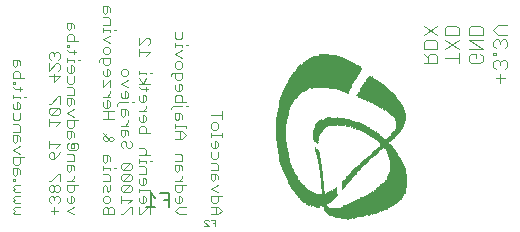
<source format=gbo>
G75*
%MOIN*%
%OFA0B0*%
%FSLAX25Y25*%
%IPPOS*%
%LPD*%
%AMOC8*
5,1,8,0,0,1.08239X$1,22.5*
%
%ADD10C,0.00300*%
%ADD11R,0.00300X0.07800*%
%ADD12R,0.00300X0.12000*%
%ADD13R,0.00300X0.15300*%
%ADD14R,0.00300X0.18300*%
%ADD15R,0.00300X0.20400*%
%ADD16R,0.00300X0.22500*%
%ADD17R,0.00300X0.24000*%
%ADD18R,0.00300X0.25800*%
%ADD19R,0.00300X0.27300*%
%ADD20R,0.00300X0.28800*%
%ADD21R,0.00300X0.30300*%
%ADD22R,0.00300X0.13500*%
%ADD23R,0.00300X0.12300*%
%ADD24R,0.00300X0.10800*%
%ADD25R,0.00300X0.11400*%
%ADD26R,0.00300X0.09900*%
%ADD27R,0.00300X0.09300*%
%ADD28R,0.00300X0.10500*%
%ADD29R,0.00300X0.09000*%
%ADD30R,0.00300X0.10200*%
%ADD31R,0.00300X0.08100*%
%ADD32R,0.00300X0.07500*%
%ADD33R,0.00300X0.07200*%
%ADD34R,0.00300X0.09600*%
%ADD35R,0.00300X0.06900*%
%ADD36R,0.00300X0.06600*%
%ADD37R,0.00300X0.06300*%
%ADD38R,0.00300X0.06000*%
%ADD39R,0.00300X0.05700*%
%ADD40R,0.00300X0.05400*%
%ADD41R,0.00300X0.05100*%
%ADD42R,0.00300X0.04800*%
%ADD43R,0.00300X0.03300*%
%ADD44R,0.00300X0.00600*%
%ADD45R,0.00300X0.01200*%
%ADD46R,0.00300X0.02100*%
%ADD47R,0.00300X0.04500*%
%ADD48R,0.00300X0.00300*%
%ADD49R,0.00300X0.11100*%
%ADD50R,0.00300X0.04200*%
%ADD51R,0.00300X0.11700*%
%ADD52R,0.00300X0.03600*%
%ADD53R,0.00300X0.08400*%
%ADD54R,0.00300X0.03000*%
%ADD55R,0.00300X0.02700*%
%ADD56R,0.00300X0.03900*%
%ADD57R,0.00300X0.02400*%
%ADD58R,0.00300X0.08700*%
%ADD59R,0.00300X0.00900*%
%ADD60R,0.00300X0.01800*%
%ADD61R,0.00300X0.01500*%
%ADD62R,0.00300X0.21000*%
%ADD63R,0.00300X0.20100*%
%ADD64R,0.00300X0.19200*%
%ADD65R,0.00300X0.18900*%
%ADD66R,0.00300X0.17400*%
%ADD67R,0.00300X0.12600*%
%ADD68R,0.00300X0.16800*%
%ADD69R,0.00300X0.16500*%
%ADD70R,0.00300X0.15600*%
%ADD71R,0.00300X0.14700*%
%ADD72R,0.00300X0.14100*%
%ADD73R,0.00300X0.13200*%
%ADD74C,0.00200*%
%ADD75C,0.00500*%
%ADD76C,0.00400*%
D10*
X0026510Y0037696D02*
X0025893Y0038314D01*
X0026510Y0038931D01*
X0025893Y0039548D01*
X0026510Y0040165D01*
X0028362Y0040165D01*
X0028362Y0041380D02*
X0026510Y0041380D01*
X0025893Y0041997D01*
X0026510Y0042614D01*
X0025893Y0043231D01*
X0026510Y0043848D01*
X0028362Y0043848D01*
X0028362Y0045063D02*
X0026510Y0045063D01*
X0025893Y0045680D01*
X0026510Y0046297D01*
X0025893Y0046914D01*
X0026510Y0047532D01*
X0028362Y0047532D01*
X0026510Y0048746D02*
X0026510Y0049363D01*
X0025893Y0049363D01*
X0025893Y0048746D01*
X0026510Y0048746D01*
X0026510Y0050587D02*
X0027128Y0051205D01*
X0027128Y0053056D01*
X0027745Y0053056D02*
X0025893Y0053056D01*
X0025893Y0051205D01*
X0026510Y0050587D01*
X0028362Y0051205D02*
X0028362Y0052439D01*
X0027745Y0053056D01*
X0027745Y0054271D02*
X0026510Y0054271D01*
X0025893Y0054888D01*
X0025893Y0056739D01*
X0029596Y0056739D01*
X0028362Y0056739D02*
X0028362Y0054888D01*
X0027745Y0054271D01*
X0028362Y0057954D02*
X0025893Y0059188D01*
X0028362Y0060423D01*
X0027128Y0062254D02*
X0026510Y0061637D01*
X0025893Y0062254D01*
X0025893Y0064106D01*
X0027745Y0064106D01*
X0028362Y0063488D01*
X0028362Y0062254D01*
X0027128Y0062254D02*
X0027128Y0064106D01*
X0025893Y0065320D02*
X0028362Y0065320D01*
X0028362Y0067172D01*
X0027745Y0067789D01*
X0025893Y0067789D01*
X0026510Y0069003D02*
X0025893Y0069620D01*
X0025893Y0071472D01*
X0026510Y0072686D02*
X0027745Y0072686D01*
X0028362Y0073304D01*
X0028362Y0074538D01*
X0027745Y0075155D01*
X0027128Y0075155D01*
X0027128Y0072686D01*
X0026510Y0072686D02*
X0025893Y0073304D01*
X0025893Y0074538D01*
X0025893Y0076369D02*
X0025893Y0077604D01*
X0025893Y0076987D02*
X0028362Y0076987D01*
X0028362Y0076369D01*
X0029596Y0076987D02*
X0030214Y0076987D01*
X0028362Y0078825D02*
X0028362Y0080059D01*
X0028979Y0079442D02*
X0026510Y0079442D01*
X0025893Y0080059D01*
X0025893Y0081280D02*
X0025893Y0081898D01*
X0026510Y0081898D01*
X0026510Y0081280D01*
X0025893Y0081280D01*
X0025893Y0083122D02*
X0025893Y0084973D01*
X0026510Y0085591D01*
X0027745Y0085591D01*
X0028362Y0084973D01*
X0028362Y0083122D01*
X0029596Y0083122D02*
X0025893Y0083122D01*
X0026510Y0086805D02*
X0027128Y0087422D01*
X0027128Y0089274D01*
X0027745Y0089274D02*
X0025893Y0089274D01*
X0025893Y0087422D01*
X0026510Y0086805D01*
X0028362Y0087422D02*
X0028362Y0088657D01*
X0027745Y0089274D01*
X0037893Y0089878D02*
X0038510Y0089260D01*
X0037893Y0089878D02*
X0037893Y0091112D01*
X0038510Y0091729D01*
X0039128Y0091729D01*
X0039745Y0091112D01*
X0039745Y0090495D01*
X0039745Y0091112D02*
X0040362Y0091729D01*
X0040979Y0091729D01*
X0041596Y0091112D01*
X0041596Y0089878D01*
X0040979Y0089260D01*
X0040979Y0088046D02*
X0041596Y0087429D01*
X0041596Y0086195D01*
X0040979Y0085577D01*
X0039745Y0084363D02*
X0039745Y0081894D01*
X0041596Y0083746D01*
X0037893Y0083746D01*
X0037893Y0085577D02*
X0040362Y0088046D01*
X0040979Y0088046D01*
X0037893Y0088046D02*
X0037893Y0085577D01*
X0043893Y0085581D02*
X0044510Y0084963D01*
X0045745Y0084963D01*
X0046362Y0085581D01*
X0046362Y0086815D01*
X0045745Y0087432D01*
X0045128Y0087432D01*
X0045128Y0084963D01*
X0043893Y0085581D02*
X0043893Y0086815D01*
X0043893Y0088647D02*
X0043893Y0089881D01*
X0043893Y0089264D02*
X0046362Y0089264D01*
X0046362Y0088647D01*
X0047596Y0089264D02*
X0048214Y0089264D01*
X0046362Y0091102D02*
X0046362Y0092336D01*
X0046979Y0091719D02*
X0044510Y0091719D01*
X0043893Y0092336D01*
X0043893Y0093557D02*
X0043893Y0094175D01*
X0044510Y0094175D01*
X0044510Y0093557D01*
X0043893Y0093557D01*
X0043893Y0095399D02*
X0043893Y0097251D01*
X0044510Y0097868D01*
X0045745Y0097868D01*
X0046362Y0097251D01*
X0046362Y0095399D01*
X0047596Y0095399D02*
X0043893Y0095399D01*
X0044510Y0099082D02*
X0045128Y0099699D01*
X0045128Y0101551D01*
X0045745Y0101551D02*
X0043893Y0101551D01*
X0043893Y0099699D01*
X0044510Y0099082D01*
X0046362Y0099699D02*
X0046362Y0100934D01*
X0045745Y0101551D01*
X0055893Y0100924D02*
X0058362Y0100924D01*
X0058362Y0102775D01*
X0057745Y0103393D01*
X0055893Y0103393D01*
X0056510Y0104607D02*
X0057128Y0105224D01*
X0057128Y0107076D01*
X0057745Y0107076D02*
X0055893Y0107076D01*
X0055893Y0105224D01*
X0056510Y0104607D01*
X0058362Y0105224D02*
X0058362Y0106458D01*
X0057745Y0107076D01*
X0055893Y0099703D02*
X0055893Y0098468D01*
X0055893Y0099086D02*
X0058362Y0099086D01*
X0058362Y0098468D01*
X0058362Y0097254D02*
X0055893Y0096020D01*
X0058362Y0094785D01*
X0057745Y0093571D02*
X0056510Y0093571D01*
X0055893Y0092954D01*
X0055893Y0091719D01*
X0056510Y0091102D01*
X0057745Y0091102D01*
X0058362Y0091719D01*
X0058362Y0092954D01*
X0057745Y0093571D01*
X0058362Y0089888D02*
X0055276Y0089888D01*
X0054659Y0089270D01*
X0054659Y0088653D01*
X0055893Y0088036D02*
X0055893Y0089888D01*
X0058362Y0089888D02*
X0058362Y0088036D01*
X0057745Y0087419D01*
X0056510Y0087419D01*
X0055893Y0088036D01*
X0057128Y0086205D02*
X0057128Y0083736D01*
X0057745Y0083736D02*
X0056510Y0083736D01*
X0055893Y0084353D01*
X0055893Y0085587D01*
X0057128Y0086205D02*
X0057745Y0086205D01*
X0058362Y0085587D01*
X0058362Y0084353D01*
X0057745Y0083736D01*
X0058362Y0082521D02*
X0055893Y0080053D01*
X0055893Y0082521D01*
X0058362Y0082521D02*
X0058362Y0080053D01*
X0058362Y0078835D02*
X0058362Y0078218D01*
X0057128Y0076983D01*
X0057128Y0075769D02*
X0057128Y0073300D01*
X0057745Y0073300D02*
X0056510Y0073300D01*
X0055893Y0073917D01*
X0055893Y0075152D01*
X0057128Y0075769D02*
X0057745Y0075769D01*
X0058362Y0075152D01*
X0058362Y0073917D01*
X0057745Y0073300D01*
X0057745Y0072086D02*
X0057745Y0069617D01*
X0059596Y0069617D02*
X0055893Y0069617D01*
X0055893Y0072086D02*
X0059596Y0072086D01*
X0061893Y0072700D02*
X0061893Y0070848D01*
X0062510Y0070231D01*
X0063128Y0070848D01*
X0063128Y0072700D01*
X0063745Y0072700D02*
X0061893Y0072700D01*
X0060659Y0073914D02*
X0060659Y0074531D01*
X0061276Y0075148D01*
X0064362Y0075148D01*
X0065596Y0075148D02*
X0066214Y0075148D01*
X0067893Y0075759D02*
X0067893Y0076993D01*
X0067893Y0075759D02*
X0068510Y0075142D01*
X0069745Y0075142D01*
X0070362Y0075759D01*
X0070362Y0076993D01*
X0069745Y0077611D01*
X0069128Y0077611D01*
X0069128Y0075142D01*
X0070362Y0073924D02*
X0070362Y0073307D01*
X0069128Y0072072D01*
X0069128Y0070858D02*
X0069128Y0068389D01*
X0069745Y0068389D02*
X0070362Y0069007D01*
X0070362Y0070241D01*
X0069745Y0070858D01*
X0069128Y0070858D01*
X0067893Y0070241D02*
X0067893Y0069007D01*
X0068510Y0068389D01*
X0069745Y0068389D01*
X0069745Y0067175D02*
X0068510Y0067175D01*
X0067893Y0066558D01*
X0067893Y0064706D01*
X0071596Y0064706D01*
X0070362Y0064706D02*
X0070362Y0066558D01*
X0069745Y0067175D01*
X0064362Y0067162D02*
X0061893Y0067162D01*
X0061893Y0065947D02*
X0061893Y0064096D01*
X0062510Y0063478D01*
X0063128Y0064096D01*
X0063128Y0065947D01*
X0063745Y0065947D02*
X0061893Y0065947D01*
X0063128Y0067162D02*
X0064362Y0068396D01*
X0064362Y0069013D01*
X0064362Y0070848D02*
X0064362Y0072082D01*
X0063745Y0072700D01*
X0067893Y0072072D02*
X0070362Y0072072D01*
X0064362Y0076987D02*
X0064362Y0078221D01*
X0063745Y0078838D01*
X0063128Y0078838D01*
X0063128Y0076369D01*
X0063745Y0076369D02*
X0064362Y0076987D01*
X0063745Y0076369D02*
X0062510Y0076369D01*
X0061893Y0076987D01*
X0061893Y0078221D01*
X0061893Y0081287D02*
X0064362Y0080053D01*
X0064362Y0082521D02*
X0061893Y0081287D01*
X0062510Y0083736D02*
X0061893Y0084353D01*
X0061893Y0085587D01*
X0062510Y0086205D01*
X0063745Y0086205D01*
X0064362Y0085587D01*
X0064362Y0084353D01*
X0063745Y0083736D01*
X0062510Y0083736D01*
X0067893Y0083132D02*
X0069128Y0081280D01*
X0070362Y0083132D01*
X0070362Y0084350D02*
X0070362Y0084967D01*
X0067893Y0084967D01*
X0067893Y0084350D02*
X0067893Y0085584D01*
X0071596Y0084967D02*
X0072214Y0084967D01*
X0071596Y0081280D02*
X0067893Y0081280D01*
X0067893Y0080059D02*
X0068510Y0079442D01*
X0070979Y0079442D01*
X0070362Y0078825D02*
X0070362Y0080059D01*
X0078659Y0083742D02*
X0078659Y0084360D01*
X0079276Y0084977D01*
X0082362Y0084977D01*
X0082362Y0083125D01*
X0081745Y0082508D01*
X0080510Y0082508D01*
X0079893Y0083125D01*
X0079893Y0084977D01*
X0080510Y0086191D02*
X0079893Y0086808D01*
X0079893Y0088043D01*
X0080510Y0088660D01*
X0081745Y0088660D01*
X0082362Y0088043D01*
X0082362Y0086808D01*
X0081745Y0086191D01*
X0080510Y0086191D01*
X0082362Y0089874D02*
X0079893Y0091109D01*
X0082362Y0092343D01*
X0082362Y0093557D02*
X0082362Y0094175D01*
X0079893Y0094175D01*
X0079893Y0094792D02*
X0079893Y0093557D01*
X0080510Y0096013D02*
X0079893Y0096630D01*
X0079893Y0098482D01*
X0082362Y0098482D02*
X0082362Y0096630D01*
X0081745Y0096013D01*
X0080510Y0096013D01*
X0083596Y0094175D02*
X0084214Y0094175D01*
X0071596Y0094788D02*
X0070979Y0094171D01*
X0071596Y0094788D02*
X0071596Y0096023D01*
X0070979Y0096640D01*
X0070362Y0096640D01*
X0067893Y0094171D01*
X0067893Y0096640D01*
X0067893Y0092957D02*
X0067893Y0090488D01*
X0067893Y0091723D02*
X0071596Y0091723D01*
X0070362Y0090488D01*
X0060214Y0099086D02*
X0059596Y0099086D01*
X0046362Y0083749D02*
X0046362Y0081898D01*
X0045745Y0081280D01*
X0044510Y0081280D01*
X0043893Y0081898D01*
X0043893Y0083749D01*
X0043893Y0080066D02*
X0045745Y0080066D01*
X0046362Y0079449D01*
X0046362Y0077597D01*
X0043893Y0077597D01*
X0043893Y0076383D02*
X0043893Y0074531D01*
X0044510Y0073914D01*
X0045128Y0074531D01*
X0045128Y0076383D01*
X0045745Y0076383D02*
X0043893Y0076383D01*
X0045745Y0076383D02*
X0046362Y0075766D01*
X0046362Y0074531D01*
X0046362Y0072700D02*
X0043893Y0071465D01*
X0046362Y0070231D01*
X0046362Y0069017D02*
X0046362Y0067165D01*
X0045745Y0066548D01*
X0044510Y0066548D01*
X0043893Y0067165D01*
X0043893Y0069017D01*
X0047596Y0069017D01*
X0041596Y0068396D02*
X0037893Y0068396D01*
X0037893Y0067162D02*
X0037893Y0069630D01*
X0038510Y0070845D02*
X0040979Y0073314D01*
X0038510Y0073314D01*
X0037893Y0072696D01*
X0037893Y0071462D01*
X0038510Y0070845D01*
X0040979Y0070845D01*
X0041596Y0071462D01*
X0041596Y0072696D01*
X0040979Y0073314D01*
X0041596Y0074528D02*
X0041596Y0076997D01*
X0040979Y0076997D01*
X0038510Y0074528D01*
X0037893Y0074528D01*
X0041596Y0068396D02*
X0040362Y0067162D01*
X0043893Y0065333D02*
X0043893Y0063482D01*
X0044510Y0062865D01*
X0045128Y0063482D01*
X0045128Y0065333D01*
X0045745Y0065333D02*
X0043893Y0065333D01*
X0045745Y0065333D02*
X0046362Y0064716D01*
X0046362Y0063482D01*
X0045745Y0061650D02*
X0045128Y0061033D01*
X0046362Y0061033D01*
X0046362Y0059799D01*
X0045128Y0059799D01*
X0045128Y0061033D01*
X0045745Y0061650D02*
X0046979Y0061650D01*
X0047596Y0061033D01*
X0047596Y0059799D01*
X0046979Y0059181D01*
X0044510Y0059181D01*
X0043893Y0059799D01*
X0043893Y0061033D01*
X0044510Y0061650D01*
X0041596Y0061030D02*
X0037893Y0061030D01*
X0037893Y0062264D02*
X0037893Y0059795D01*
X0038510Y0058581D02*
X0039128Y0058581D01*
X0039745Y0057964D01*
X0039745Y0056112D01*
X0038510Y0056112D01*
X0037893Y0056729D01*
X0037893Y0057964D01*
X0038510Y0058581D01*
X0040362Y0059795D02*
X0041596Y0061030D01*
X0041596Y0058581D02*
X0040979Y0057347D01*
X0039745Y0056112D01*
X0043893Y0055498D02*
X0046362Y0055498D01*
X0046362Y0057350D01*
X0045745Y0057967D01*
X0043893Y0057967D01*
X0043893Y0054284D02*
X0043893Y0052432D01*
X0044510Y0051815D01*
X0045128Y0052432D01*
X0045128Y0054284D01*
X0045745Y0054284D02*
X0043893Y0054284D01*
X0045745Y0054284D02*
X0046362Y0053667D01*
X0046362Y0052432D01*
X0046362Y0050597D02*
X0046362Y0049980D01*
X0045128Y0048746D01*
X0046362Y0048746D02*
X0043893Y0048746D01*
X0043893Y0047532D02*
X0043893Y0045680D01*
X0044510Y0045063D01*
X0045745Y0045063D01*
X0046362Y0045680D01*
X0046362Y0047532D01*
X0047596Y0047532D02*
X0043893Y0047532D01*
X0041596Y0046914D02*
X0041596Y0045680D01*
X0040979Y0045063D01*
X0040362Y0045063D01*
X0039745Y0045680D01*
X0039745Y0046914D01*
X0039128Y0047532D01*
X0038510Y0047532D01*
X0037893Y0046914D01*
X0037893Y0045680D01*
X0038510Y0045063D01*
X0039128Y0045063D01*
X0039745Y0045680D01*
X0039745Y0046914D02*
X0040362Y0047532D01*
X0040979Y0047532D01*
X0041596Y0046914D01*
X0041596Y0048746D02*
X0041596Y0051215D01*
X0040979Y0051215D01*
X0038510Y0048746D01*
X0037893Y0048746D01*
X0038510Y0043848D02*
X0037893Y0043231D01*
X0037893Y0041997D01*
X0038510Y0041380D01*
X0039745Y0040165D02*
X0039745Y0037696D01*
X0040979Y0038931D02*
X0038510Y0038931D01*
X0040979Y0041380D02*
X0041596Y0041997D01*
X0041596Y0043231D01*
X0040979Y0043848D01*
X0040362Y0043848D01*
X0039745Y0043231D01*
X0039128Y0043848D01*
X0038510Y0043848D01*
X0039745Y0043231D02*
X0039745Y0042614D01*
X0043893Y0041997D02*
X0044510Y0041380D01*
X0045745Y0041380D01*
X0046362Y0041997D01*
X0046362Y0043231D01*
X0045745Y0043848D01*
X0045128Y0043848D01*
X0045128Y0041380D01*
X0043893Y0041997D02*
X0043893Y0043231D01*
X0046362Y0040165D02*
X0043893Y0038931D01*
X0046362Y0037696D01*
X0055893Y0037696D02*
X0055893Y0039548D01*
X0056510Y0040165D01*
X0057128Y0040165D01*
X0057745Y0039548D01*
X0057745Y0037696D01*
X0059596Y0037696D02*
X0055893Y0037696D01*
X0057745Y0039548D02*
X0058362Y0040165D01*
X0058979Y0040165D01*
X0059596Y0039548D01*
X0059596Y0037696D01*
X0061893Y0037696D02*
X0062510Y0037696D01*
X0064979Y0040165D01*
X0065596Y0040165D01*
X0065596Y0037696D01*
X0067893Y0037696D02*
X0067893Y0040165D01*
X0068510Y0041380D02*
X0069745Y0041380D01*
X0070362Y0041997D01*
X0070362Y0043231D01*
X0069745Y0043848D01*
X0069128Y0043848D01*
X0069128Y0041380D01*
X0068510Y0041380D02*
X0067893Y0041997D01*
X0067893Y0043231D01*
X0067893Y0045063D02*
X0067893Y0046297D01*
X0067893Y0045680D02*
X0071596Y0045680D01*
X0071596Y0045063D01*
X0069745Y0047518D02*
X0068510Y0047518D01*
X0067893Y0048135D01*
X0067893Y0049370D01*
X0069128Y0049987D02*
X0069128Y0047518D01*
X0069745Y0047518D02*
X0070362Y0048135D01*
X0070362Y0049370D01*
X0069745Y0049987D01*
X0069128Y0049987D01*
X0067893Y0051201D02*
X0070362Y0051201D01*
X0070362Y0053053D01*
X0069745Y0053670D01*
X0067893Y0053670D01*
X0067893Y0054884D02*
X0067893Y0056119D01*
X0067893Y0055502D02*
X0070362Y0055502D01*
X0070362Y0054884D01*
X0071596Y0055502D02*
X0072214Y0055502D01*
X0071596Y0057340D02*
X0067893Y0057340D01*
X0069745Y0057340D02*
X0070362Y0057957D01*
X0070362Y0059191D01*
X0069745Y0059809D01*
X0067893Y0059809D01*
X0065596Y0060413D02*
X0065596Y0061647D01*
X0064979Y0062264D01*
X0063745Y0061647D02*
X0063128Y0062264D01*
X0062510Y0062264D01*
X0061893Y0061647D01*
X0061893Y0060413D01*
X0062510Y0059795D01*
X0063745Y0060413D02*
X0063745Y0061647D01*
X0063745Y0060413D02*
X0064362Y0059795D01*
X0064979Y0059795D01*
X0065596Y0060413D01*
X0064362Y0064096D02*
X0064362Y0065330D01*
X0063745Y0065947D01*
X0059596Y0062868D02*
X0058979Y0062251D01*
X0058362Y0062251D01*
X0055893Y0064720D01*
X0057128Y0064720D02*
X0055893Y0063485D01*
X0055893Y0062868D01*
X0056510Y0062251D01*
X0057128Y0062251D01*
X0058362Y0063485D01*
X0058979Y0063485D01*
X0059596Y0062868D01*
X0057745Y0057353D02*
X0055893Y0057353D01*
X0055893Y0055502D01*
X0056510Y0054884D01*
X0057128Y0055502D01*
X0057128Y0057353D01*
X0057745Y0057353D02*
X0058362Y0056736D01*
X0058362Y0055502D01*
X0055893Y0053663D02*
X0055893Y0052429D01*
X0055893Y0053046D02*
X0058362Y0053046D01*
X0058362Y0052429D01*
X0057745Y0051215D02*
X0055893Y0051215D01*
X0057745Y0051215D02*
X0058362Y0050597D01*
X0058362Y0048746D01*
X0055893Y0048746D01*
X0056510Y0047532D02*
X0057128Y0046914D01*
X0057128Y0045680D01*
X0057745Y0045063D01*
X0058362Y0045680D01*
X0058362Y0047532D01*
X0056510Y0047532D02*
X0055893Y0046914D01*
X0055893Y0045063D01*
X0056510Y0043848D02*
X0057745Y0043848D01*
X0058362Y0043231D01*
X0058362Y0041997D01*
X0057745Y0041380D01*
X0056510Y0041380D01*
X0055893Y0041997D01*
X0055893Y0043231D01*
X0056510Y0043848D01*
X0061893Y0043848D02*
X0061893Y0041380D01*
X0061893Y0042614D02*
X0065596Y0042614D01*
X0064362Y0041380D01*
X0064979Y0045063D02*
X0062510Y0045063D01*
X0064979Y0047532D01*
X0062510Y0047532D01*
X0061893Y0046914D01*
X0061893Y0045680D01*
X0062510Y0045063D01*
X0064979Y0045063D02*
X0065596Y0045680D01*
X0065596Y0046914D01*
X0064979Y0047532D01*
X0064979Y0048746D02*
X0062510Y0048746D01*
X0064979Y0051215D01*
X0062510Y0051215D01*
X0061893Y0050597D01*
X0061893Y0049363D01*
X0062510Y0048746D01*
X0064979Y0048746D02*
X0065596Y0049363D01*
X0065596Y0050597D01*
X0064979Y0051215D01*
X0064979Y0052429D02*
X0062510Y0052429D01*
X0064979Y0054898D01*
X0062510Y0054898D01*
X0061893Y0054281D01*
X0061893Y0053046D01*
X0062510Y0052429D01*
X0060214Y0053046D02*
X0059596Y0053046D01*
X0064979Y0052429D02*
X0065596Y0053046D01*
X0065596Y0054281D01*
X0064979Y0054898D01*
X0079893Y0055498D02*
X0082362Y0055498D01*
X0082362Y0057350D01*
X0081745Y0057967D01*
X0079893Y0057967D01*
X0079893Y0054284D02*
X0079893Y0052432D01*
X0080510Y0051815D01*
X0081128Y0052432D01*
X0081128Y0054284D01*
X0081745Y0054284D02*
X0079893Y0054284D01*
X0081745Y0054284D02*
X0082362Y0053667D01*
X0082362Y0052432D01*
X0082362Y0050597D02*
X0082362Y0049980D01*
X0081128Y0048746D01*
X0082362Y0048746D02*
X0079893Y0048746D01*
X0079893Y0047532D02*
X0079893Y0045680D01*
X0080510Y0045063D01*
X0081745Y0045063D01*
X0082362Y0045680D01*
X0082362Y0047532D01*
X0083596Y0047532D02*
X0079893Y0047532D01*
X0081128Y0043848D02*
X0081128Y0041380D01*
X0081745Y0041380D02*
X0082362Y0041997D01*
X0082362Y0043231D01*
X0081745Y0043848D01*
X0081128Y0043848D01*
X0079893Y0043231D02*
X0079893Y0041997D01*
X0080510Y0041380D01*
X0081745Y0041380D01*
X0081128Y0040165D02*
X0083596Y0040165D01*
X0081128Y0040165D02*
X0079893Y0038931D01*
X0081128Y0037696D01*
X0083596Y0037696D01*
X0091893Y0037696D02*
X0094362Y0037696D01*
X0095596Y0038931D01*
X0094362Y0040165D01*
X0091893Y0040165D01*
X0092510Y0041380D02*
X0093745Y0041380D01*
X0094362Y0041997D01*
X0094362Y0043848D01*
X0094362Y0045063D02*
X0091893Y0046297D01*
X0094362Y0047532D01*
X0093128Y0049363D02*
X0092510Y0048746D01*
X0091893Y0049363D01*
X0091893Y0051215D01*
X0093745Y0051215D01*
X0094362Y0050597D01*
X0094362Y0049363D01*
X0093128Y0049363D02*
X0093128Y0051215D01*
X0091893Y0052429D02*
X0094362Y0052429D01*
X0094362Y0054281D01*
X0093745Y0054898D01*
X0091893Y0054898D01*
X0092510Y0056112D02*
X0091893Y0056729D01*
X0091893Y0058581D01*
X0092510Y0059795D02*
X0093745Y0059795D01*
X0094362Y0060413D01*
X0094362Y0061647D01*
X0093745Y0062264D01*
X0093128Y0062264D01*
X0093128Y0059795D01*
X0092510Y0059795D02*
X0091893Y0060413D01*
X0091893Y0061647D01*
X0091893Y0063478D02*
X0091893Y0064713D01*
X0091893Y0064096D02*
X0095596Y0064096D01*
X0095596Y0064713D02*
X0095596Y0063478D01*
X0093745Y0065934D02*
X0092510Y0065934D01*
X0091893Y0066551D01*
X0091893Y0067785D01*
X0092510Y0068403D01*
X0093745Y0068403D01*
X0094362Y0067785D01*
X0094362Y0066551D01*
X0093745Y0065934D01*
X0095596Y0069617D02*
X0095596Y0072086D01*
X0095596Y0070851D02*
X0091893Y0070851D01*
X0084214Y0073921D02*
X0083596Y0073921D01*
X0083596Y0075142D02*
X0079893Y0075142D01*
X0079893Y0076993D01*
X0080510Y0077611D01*
X0081745Y0077611D01*
X0082362Y0076993D01*
X0082362Y0075142D01*
X0082362Y0073921D02*
X0079276Y0073921D01*
X0078659Y0073304D01*
X0078659Y0072686D01*
X0079893Y0071472D02*
X0079893Y0069620D01*
X0080510Y0069003D01*
X0081128Y0069620D01*
X0081128Y0071472D01*
X0081745Y0071472D02*
X0079893Y0071472D01*
X0081745Y0071472D02*
X0082362Y0070855D01*
X0082362Y0069620D01*
X0083596Y0067165D02*
X0079893Y0067165D01*
X0079893Y0066548D02*
X0079893Y0067782D01*
X0079893Y0065333D02*
X0082362Y0065333D01*
X0083596Y0064099D01*
X0082362Y0062865D01*
X0079893Y0062865D01*
X0081745Y0062865D02*
X0081745Y0065333D01*
X0083596Y0066548D02*
X0083596Y0067165D01*
X0094362Y0058581D02*
X0094362Y0056729D01*
X0093745Y0056112D01*
X0092510Y0056112D01*
X0091893Y0043848D02*
X0091893Y0041997D01*
X0092510Y0041380D01*
X0093745Y0040165D02*
X0093745Y0037696D01*
X0095596Y0043848D02*
X0091893Y0043848D01*
X0071596Y0040165D02*
X0071596Y0037696D01*
X0071596Y0040165D02*
X0070979Y0040165D01*
X0068510Y0037696D01*
X0067893Y0037696D01*
X0028362Y0037696D02*
X0026510Y0037696D01*
X0026510Y0069003D02*
X0027745Y0069003D01*
X0028362Y0069620D01*
X0028362Y0071472D01*
X0055893Y0076983D02*
X0058362Y0076983D01*
X0079893Y0079442D02*
X0080510Y0078825D01*
X0081745Y0078825D01*
X0082362Y0079442D01*
X0082362Y0080676D01*
X0081745Y0081294D01*
X0081128Y0081294D01*
X0081128Y0078825D01*
X0079893Y0079442D02*
X0079893Y0080676D01*
D11*
X0113910Y0066092D03*
X0119010Y0050192D03*
X0128910Y0050492D03*
X0146010Y0041492D03*
X0146610Y0041792D03*
X0155910Y0069992D03*
X0151110Y0075692D03*
X0144210Y0079292D03*
D12*
X0154410Y0070292D03*
X0155910Y0049292D03*
X0151710Y0045692D03*
X0114210Y0065792D03*
D13*
X0114510Y0065642D03*
D14*
X0114810Y0065642D03*
X0153510Y0050042D03*
D15*
X0152310Y0050492D03*
X0115110Y0065492D03*
D16*
X0115410Y0065642D03*
D17*
X0115710Y0065492D03*
D18*
X0116010Y0065492D03*
D19*
X0116310Y0065342D03*
D20*
X0116610Y0065492D03*
D21*
X0116910Y0065342D03*
D22*
X0117210Y0074342D03*
D23*
X0117510Y0075542D03*
X0117210Y0055742D03*
D24*
X0117510Y0054392D03*
X0118110Y0077192D03*
X0127110Y0085292D03*
X0127410Y0085292D03*
X0127710Y0085292D03*
X0128010Y0085292D03*
X0156210Y0048992D03*
D25*
X0151410Y0045392D03*
X0154710Y0070292D03*
X0137310Y0083792D03*
X0136710Y0084092D03*
X0136410Y0084092D03*
X0136110Y0084092D03*
X0135810Y0084392D03*
X0135510Y0084392D03*
X0135210Y0084392D03*
X0134910Y0084692D03*
X0134610Y0084692D03*
X0134310Y0084692D03*
X0134010Y0084992D03*
X0133710Y0084992D03*
X0133410Y0084992D03*
X0133110Y0084992D03*
X0132810Y0085292D03*
X0132510Y0085292D03*
X0132210Y0085292D03*
X0131910Y0085292D03*
X0131610Y0085292D03*
X0117810Y0076292D03*
D26*
X0119010Y0079142D03*
X0119310Y0079442D03*
X0119610Y0080042D03*
X0120510Y0081242D03*
X0120810Y0081542D03*
X0121110Y0081842D03*
X0121410Y0082142D03*
X0121710Y0082442D03*
X0122010Y0082742D03*
X0122910Y0083342D03*
X0123210Y0083642D03*
X0123810Y0083942D03*
X0124410Y0084242D03*
X0155310Y0070142D03*
X0117810Y0053342D03*
X0150210Y0044042D03*
D27*
X0149310Y0043442D03*
X0149010Y0043142D03*
X0118110Y0052442D03*
D28*
X0150810Y0044642D03*
X0155010Y0070142D03*
X0126810Y0085142D03*
X0126510Y0085142D03*
X0126210Y0085142D03*
X0125910Y0084842D03*
X0125610Y0084842D03*
X0118410Y0077942D03*
D29*
X0145410Y0079292D03*
X0146010Y0078992D03*
X0118410Y0051692D03*
X0148710Y0042992D03*
D30*
X0150510Y0044192D03*
X0118710Y0078392D03*
X0123510Y0083792D03*
X0124110Y0084092D03*
X0124710Y0084392D03*
X0125010Y0084692D03*
X0125310Y0084692D03*
X0138210Y0083792D03*
D31*
X0139110Y0084542D03*
X0144510Y0079442D03*
X0149310Y0077042D03*
X0150210Y0076442D03*
X0150510Y0076142D03*
X0150810Y0075842D03*
X0151410Y0075542D03*
X0151710Y0075242D03*
X0152010Y0074942D03*
X0152310Y0074642D03*
X0152610Y0074342D03*
X0152910Y0074042D03*
X0153210Y0073742D03*
X0118710Y0050942D03*
X0146910Y0041942D03*
D32*
X0146310Y0041642D03*
X0145710Y0041342D03*
X0145110Y0041042D03*
X0119310Y0049442D03*
D33*
X0119610Y0048992D03*
X0127710Y0064892D03*
X0143910Y0078992D03*
X0139410Y0084692D03*
X0145410Y0041192D03*
X0144810Y0040892D03*
X0144510Y0040892D03*
D34*
X0149610Y0043592D03*
X0149910Y0043892D03*
X0156510Y0048992D03*
X0120210Y0080792D03*
X0119910Y0080492D03*
X0122310Y0082892D03*
X0122610Y0083192D03*
X0138510Y0084092D03*
D35*
X0139710Y0084842D03*
X0128010Y0065342D03*
X0127410Y0064742D03*
X0119910Y0048542D03*
X0120210Y0047942D03*
X0130710Y0041342D03*
X0143310Y0040442D03*
X0143610Y0040442D03*
X0143910Y0040742D03*
X0144210Y0040742D03*
X0157110Y0048842D03*
D36*
X0143010Y0040292D03*
X0142710Y0040292D03*
X0142410Y0039992D03*
X0142110Y0039992D03*
X0128610Y0053192D03*
X0120810Y0047192D03*
X0120510Y0047492D03*
X0151410Y0060092D03*
X0156210Y0069992D03*
D37*
X0143610Y0078842D03*
X0127110Y0064742D03*
X0121110Y0046742D03*
X0129810Y0042542D03*
X0130410Y0041642D03*
X0141510Y0039842D03*
X0141810Y0039842D03*
D38*
X0141210Y0039692D03*
X0140910Y0039692D03*
X0140610Y0039392D03*
X0140310Y0039392D03*
X0130110Y0041792D03*
X0121710Y0045992D03*
X0121410Y0046292D03*
X0143310Y0078692D03*
X0140010Y0084992D03*
D39*
X0126810Y0064742D03*
X0128310Y0055442D03*
X0122010Y0045542D03*
X0122310Y0045242D03*
X0122610Y0044942D03*
X0122910Y0044642D03*
X0123210Y0044342D03*
X0139710Y0039242D03*
X0140010Y0039242D03*
D40*
X0139410Y0039092D03*
X0139110Y0039092D03*
X0138210Y0038792D03*
X0124110Y0043592D03*
X0123810Y0043892D03*
X0123510Y0044192D03*
X0151710Y0058592D03*
X0151110Y0060392D03*
X0128310Y0066392D03*
X0140310Y0085292D03*
D41*
X0143010Y0078542D03*
X0125010Y0043142D03*
X0124710Y0043142D03*
X0124410Y0043442D03*
X0125610Y0042842D03*
X0137610Y0038642D03*
X0137910Y0038642D03*
X0138510Y0038942D03*
X0138810Y0038942D03*
D42*
X0137310Y0038492D03*
X0137010Y0038492D03*
X0127110Y0042392D03*
X0126810Y0042392D03*
X0126510Y0042392D03*
X0126210Y0042692D03*
X0125910Y0042692D03*
X0125310Y0042992D03*
X0128010Y0056792D03*
X0126510Y0064292D03*
X0128610Y0066692D03*
X0142710Y0078392D03*
X0140610Y0085292D03*
X0156510Y0069992D03*
X0148710Y0061592D03*
D43*
X0153810Y0065342D03*
X0131010Y0068342D03*
X0130410Y0068042D03*
X0126210Y0064142D03*
X0127710Y0057842D03*
X0133710Y0038042D03*
X0134010Y0038042D03*
X0141210Y0085742D03*
D44*
X0142410Y0086192D03*
X0126810Y0059792D03*
X0134310Y0044192D03*
D45*
X0127110Y0059192D03*
D46*
X0127410Y0058442D03*
X0140910Y0052742D03*
X0141210Y0053042D03*
X0152010Y0062942D03*
X0141810Y0066842D03*
X0140310Y0067442D03*
X0139410Y0067742D03*
X0138510Y0068042D03*
X0137010Y0068342D03*
X0141510Y0077642D03*
X0141810Y0086042D03*
D47*
X0128910Y0067142D03*
X0149010Y0061442D03*
X0150810Y0060542D03*
X0157410Y0048842D03*
X0136710Y0038342D03*
X0136410Y0038342D03*
X0128310Y0042242D03*
X0128010Y0042242D03*
X0127710Y0042242D03*
X0127410Y0042242D03*
D48*
X0128910Y0046142D03*
X0128010Y0061442D03*
X0140610Y0077042D03*
D49*
X0137910Y0083642D03*
X0137610Y0083642D03*
X0137010Y0083942D03*
X0131310Y0085442D03*
X0131010Y0085442D03*
X0130710Y0085442D03*
X0130410Y0085442D03*
X0130110Y0085442D03*
X0129810Y0085442D03*
X0129510Y0085442D03*
X0129210Y0085442D03*
X0128910Y0085442D03*
X0128610Y0085442D03*
X0128310Y0085442D03*
X0151110Y0044942D03*
D50*
X0136110Y0038192D03*
X0135810Y0038192D03*
X0135510Y0038192D03*
X0128910Y0042392D03*
X0128610Y0042392D03*
X0131010Y0042992D03*
X0149310Y0061592D03*
X0150510Y0060692D03*
X0129210Y0067292D03*
D51*
X0129210Y0046142D03*
D52*
X0132510Y0043892D03*
X0132810Y0044192D03*
X0133110Y0044492D03*
X0133410Y0044492D03*
X0133710Y0044792D03*
X0134010Y0045092D03*
X0134310Y0038192D03*
X0134610Y0038192D03*
X0134910Y0038192D03*
X0135210Y0038192D03*
X0150210Y0060992D03*
X0149910Y0061292D03*
X0149610Y0061592D03*
X0130110Y0067892D03*
X0129810Y0067892D03*
X0129510Y0067592D03*
X0142110Y0078092D03*
D53*
X0147510Y0078092D03*
X0148110Y0077792D03*
X0148410Y0077492D03*
X0148710Y0077492D03*
X0149010Y0077192D03*
X0149610Y0076892D03*
X0149910Y0076592D03*
X0153510Y0073292D03*
X0129510Y0044492D03*
X0147210Y0042092D03*
X0147510Y0042392D03*
X0147810Y0042392D03*
D54*
X0137310Y0048692D03*
X0136410Y0047492D03*
X0136110Y0047192D03*
X0133410Y0038192D03*
X0133110Y0038192D03*
X0132810Y0038192D03*
X0148410Y0062792D03*
X0148110Y0063092D03*
X0147210Y0063692D03*
X0131910Y0068492D03*
X0131610Y0068492D03*
X0131310Y0068492D03*
X0130710Y0068192D03*
X0141810Y0077792D03*
D55*
X0141510Y0085742D03*
X0135210Y0068642D03*
X0134910Y0068642D03*
X0134610Y0068642D03*
X0134010Y0068642D03*
X0133710Y0068642D03*
X0133410Y0068642D03*
X0133110Y0068642D03*
X0132810Y0068642D03*
X0132510Y0068642D03*
X0132210Y0068642D03*
X0144210Y0065642D03*
X0144810Y0065342D03*
X0145710Y0064742D03*
X0146310Y0064442D03*
X0146610Y0064142D03*
X0146910Y0063842D03*
X0147510Y0063542D03*
X0147810Y0063242D03*
X0153510Y0064742D03*
X0138510Y0050042D03*
X0138210Y0049742D03*
X0137910Y0049442D03*
X0137010Y0048242D03*
X0136710Y0047942D03*
X0131010Y0039242D03*
X0131310Y0038942D03*
X0131610Y0038642D03*
X0132210Y0038342D03*
X0132510Y0038342D03*
D56*
X0131310Y0043142D03*
X0131610Y0043442D03*
X0131910Y0043442D03*
X0132210Y0043742D03*
X0142410Y0078242D03*
X0140910Y0085442D03*
D57*
X0156810Y0069992D03*
X0153210Y0064292D03*
X0152910Y0063992D03*
X0152610Y0063692D03*
X0152310Y0063392D03*
X0146010Y0064592D03*
X0145410Y0064892D03*
X0145110Y0065192D03*
X0144510Y0065492D03*
X0143910Y0065792D03*
X0143610Y0066092D03*
X0143310Y0066092D03*
X0143010Y0066392D03*
X0142710Y0066392D03*
X0142410Y0066692D03*
X0142110Y0066692D03*
X0141510Y0066992D03*
X0141210Y0066992D03*
X0140910Y0067292D03*
X0140610Y0067292D03*
X0140010Y0067592D03*
X0139710Y0067592D03*
X0139110Y0067892D03*
X0138810Y0067892D03*
X0138210Y0068192D03*
X0137910Y0068192D03*
X0137610Y0068192D03*
X0137310Y0068192D03*
X0136710Y0068492D03*
X0136410Y0068492D03*
X0136110Y0068492D03*
X0135810Y0068492D03*
X0135510Y0068492D03*
X0134310Y0068792D03*
X0140610Y0052292D03*
X0140310Y0051992D03*
X0140010Y0051692D03*
X0139710Y0051392D03*
X0139410Y0051092D03*
X0139110Y0050792D03*
X0138810Y0050492D03*
X0137610Y0048992D03*
X0131910Y0038492D03*
D58*
X0148110Y0042542D03*
X0148410Y0042842D03*
X0156810Y0048842D03*
X0155610Y0070142D03*
X0153810Y0072542D03*
X0147810Y0077942D03*
X0147210Y0078242D03*
X0146910Y0078542D03*
X0146610Y0078542D03*
X0146310Y0078842D03*
X0145710Y0079142D03*
X0145110Y0079442D03*
X0144810Y0079442D03*
X0138810Y0084242D03*
D59*
X0140910Y0077342D03*
D60*
X0141210Y0077492D03*
X0151710Y0062792D03*
X0147810Y0059192D03*
X0147510Y0058892D03*
X0147210Y0058592D03*
X0146910Y0058292D03*
X0146610Y0057992D03*
X0146310Y0057692D03*
X0146010Y0057392D03*
X0144510Y0056192D03*
X0144210Y0055892D03*
X0143910Y0055592D03*
X0143610Y0055292D03*
X0143310Y0054992D03*
X0143010Y0054692D03*
X0142710Y0054392D03*
X0142410Y0054092D03*
X0142110Y0053792D03*
X0141810Y0053492D03*
X0141510Y0053192D03*
D61*
X0144810Y0056342D03*
X0145110Y0056642D03*
X0145410Y0056942D03*
X0145710Y0057242D03*
X0148110Y0059342D03*
X0148410Y0059642D03*
X0142110Y0086042D03*
D62*
X0152010Y0050492D03*
D63*
X0152610Y0050342D03*
D64*
X0152910Y0050192D03*
D65*
X0153210Y0050042D03*
D66*
X0153810Y0049892D03*
D67*
X0154110Y0070292D03*
D68*
X0154110Y0049892D03*
D69*
X0154410Y0049742D03*
D70*
X0154710Y0049592D03*
D71*
X0155010Y0049442D03*
D72*
X0155310Y0049442D03*
D73*
X0155610Y0049292D03*
D74*
X0093360Y0035966D02*
X0093360Y0033764D01*
X0093360Y0034865D02*
X0092626Y0034865D01*
X0093360Y0035966D02*
X0091892Y0035966D01*
X0091150Y0035599D02*
X0090783Y0035966D01*
X0090049Y0035966D01*
X0089682Y0035599D01*
X0089682Y0035232D01*
X0091150Y0033764D01*
X0089682Y0033764D01*
D75*
X0077940Y0040318D02*
X0077940Y0044822D01*
X0074937Y0044822D01*
X0073336Y0043320D02*
X0071835Y0044822D01*
X0071835Y0040318D01*
X0073336Y0040318D02*
X0070333Y0040318D01*
X0076438Y0042570D02*
X0077940Y0042570D01*
D76*
X0162788Y0088178D02*
X0167392Y0088178D01*
X0167392Y0090480D01*
X0166624Y0091247D01*
X0165090Y0091247D01*
X0164322Y0090480D01*
X0164322Y0088178D01*
X0164322Y0089712D02*
X0162788Y0091247D01*
X0162788Y0092781D02*
X0162788Y0095083D01*
X0163555Y0095851D01*
X0166624Y0095851D01*
X0167392Y0095083D01*
X0167392Y0092781D01*
X0162788Y0092781D01*
X0162788Y0097385D02*
X0167392Y0100455D01*
X0169925Y0099800D02*
X0170692Y0100567D01*
X0173761Y0100567D01*
X0174529Y0099800D01*
X0174529Y0097498D01*
X0169925Y0097498D01*
X0169925Y0099800D01*
X0167392Y0097385D02*
X0162788Y0100455D01*
X0169925Y0095963D02*
X0174529Y0092894D01*
X0174529Y0091359D02*
X0174529Y0088290D01*
X0174529Y0089825D02*
X0169925Y0089825D01*
X0169925Y0092894D02*
X0174529Y0095963D01*
X0177891Y0095881D02*
X0182495Y0095881D01*
X0182495Y0097416D02*
X0182495Y0099718D01*
X0181728Y0100485D01*
X0178659Y0100485D01*
X0177891Y0099718D01*
X0177891Y0097416D01*
X0182495Y0097416D01*
X0186044Y0099154D02*
X0187578Y0100689D01*
X0190648Y0100689D01*
X0190648Y0097619D02*
X0187578Y0097619D01*
X0186044Y0099154D01*
X0186811Y0096085D02*
X0186044Y0095317D01*
X0186044Y0093783D01*
X0186811Y0093015D01*
X0188346Y0094550D02*
X0188346Y0095317D01*
X0187578Y0096085D01*
X0186811Y0096085D01*
X0188346Y0095317D02*
X0189113Y0096085D01*
X0189880Y0096085D01*
X0190648Y0095317D01*
X0190648Y0093783D01*
X0189880Y0093015D01*
X0186811Y0091481D02*
X0186044Y0091481D01*
X0186044Y0090713D01*
X0186811Y0090713D01*
X0186811Y0091481D01*
X0186811Y0089179D02*
X0186044Y0088411D01*
X0186044Y0086877D01*
X0186811Y0086109D01*
X0188346Y0084575D02*
X0188346Y0081506D01*
X0189880Y0083040D02*
X0186811Y0083040D01*
X0189880Y0086109D02*
X0190648Y0086877D01*
X0190648Y0088411D01*
X0189880Y0089179D01*
X0189113Y0089179D01*
X0188346Y0088411D01*
X0187578Y0089179D01*
X0186811Y0089179D01*
X0188346Y0088411D02*
X0188346Y0087644D01*
X0182495Y0088975D02*
X0182495Y0090510D01*
X0181728Y0091277D01*
X0180193Y0091277D02*
X0180193Y0089743D01*
X0180193Y0091277D02*
X0178659Y0091277D01*
X0177891Y0090510D01*
X0177891Y0088975D01*
X0178659Y0088208D01*
X0181728Y0088208D01*
X0182495Y0088975D01*
X0182495Y0092812D02*
X0177891Y0092812D01*
X0177891Y0095881D02*
X0182495Y0092812D01*
M02*

</source>
